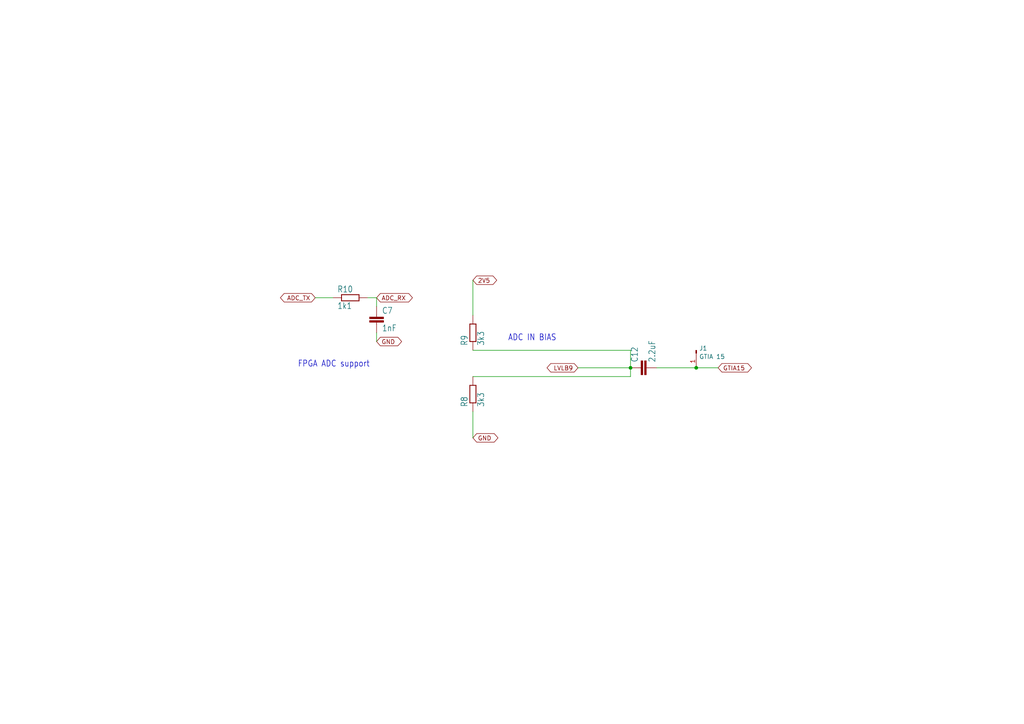
<source format=kicad_sch>
(kicad_sch (version 20231120) (generator "eeschema") (generator_version "8.0")
  (paper "A4")
  (lib_symbols
    (symbol "Connector:Conn_01x01_Pin" (pin_names (offset 1.016) hide)
      (property "Reference" "J" (at 0 2.54 0))
      (property "Value" "Conn_01x01_Pin" (at 0 -2.54 0))
      (symbol "Conn_01x01_Pin_1_1"
        (polyline (pts (xy 1.27 0) (xy 0.8636 0)) (stroke (width 0.1524)))
        (rectangle (start 0.8636 0.127) (end 0 -0.127) (stroke (width 0.1524)) (fill (type outline)))
        (pin passive line (at 5.08 0 180) (length 3.81) (name "Pin_1") (number "1"))
      )
    )
    (symbol "pokeymax4-eagle-import:C-EUC0402"
      (property "Reference" "C" (at 1.524 0.381 0))
      (symbol "C-EUC0402_1_0"
        (rectangle (start -2.032 -2.032) (end 2.032 -1.524) (fill (type outline)))
        (rectangle (start -2.032 -1.016) (end 2.032 -0.508) (fill (type outline)))
        (polyline (pts (xy 0 -2.54) (xy 0 -2.032)) (stroke (width 0.1524)))
        (polyline (pts (xy 0 0) (xy 0 -0.508)) (stroke (width 0.1524)))
        (pin passive line (at 0 2.54 270) (length 2.54) (name "1") (number "1"))
        (pin passive line (at 0 -5.08 90) (length 2.54) (name "2") (number "2"))
      )
    )
    (symbol "pokeymax4-eagle-import:R-EU_R0402"
      (property "Reference" "R" (at -3.81 1.4986 0))
      (symbol "R-EU_R0402_1_0"
        (polyline (pts (xy -2.54 -0.889) (xy -2.54 0.889)) (stroke (width 0.254)))
        (polyline (pts (xy -2.54 -0.889) (xy 2.54 -0.889)) (stroke (width 0.254)))
        (polyline (pts (xy 2.54 -0.889) (xy 2.54 0.889)) (stroke (width 0.254)))
        (polyline (pts (xy 2.54 0.889) (xy -2.54 0.889)) (stroke (width 0.254)))
        (pin passive line (at -5.08 0 0) (length 2.54) (name "1") (number "1"))
        (pin passive line (at 5.08 0 180) (length 2.54) (name "2") (number "2"))
      )
    )
  )
  (junction (at 182.88 106.68))
  (junction (at 201.93 106.68))
  (wire (pts (xy 109.22 86.36) (xy 109.22 88.9)) (stroke (width 0.1524)))
  (wire (pts (xy 137.16 91.44) (xy 137.16 81.28)) (stroke (width 0.1524)))
  (wire (pts (xy 96.52 86.36) (xy 91.44 86.36)) (stroke (width 0.1524)))
  (wire (pts (xy 182.88 101.6) (xy 182.88 106.68)) (stroke (width 0.1524)))
  (wire (pts (xy 137.16 119.38) (xy 137.16 127)) (stroke (width 0.1524)))
  (wire (pts (xy 106.68 86.36) (xy 109.22 86.36)) (stroke (width 0.1524)))
  (wire (pts (xy 137.16 109.22) (xy 182.88 109.22)) (stroke (width 0.1524)))
  (wire (pts (xy 137.16 101.6) (xy 182.88 101.6)) (stroke (width 0.1524)))
  (wire (pts (xy 167.64 106.68) (xy 182.88 106.68)) (stroke (width 0.1524)))
  (wire (pts (xy 201.93 106.68) (xy 208.28 106.68)) (stroke (width 0.1524)))
  (wire (pts (xy 182.88 109.22) (xy 182.88 106.68)) (stroke (width 0.1524)))
  (wire (pts (xy 109.22 99.06) (xy 109.22 96.52)) (stroke (width 0.1524)))
  (wire (pts (xy 190.5 106.68) (xy 201.93 106.68)) (stroke (width 0.1524)))
  (text "ADC IN BIAS" (at 147.32 99.06 0) (effects (font (size 1.778 1.5113)) (justify left bottom)))
  (text "FPGA ADC support" (at 86.36 106.68 0) (effects (font (size 1.778 1.5113)) (justify left bottom)))
  (global_label "ADC_TX" (shape bidirectional) (at 91.44 86.36 180) (effects (font (size 1.2446 1.2446))) (property "Intersheetrefs" "${INTERSHEET_REFS}" (effects (hide yes))))
  (global_label "GND" (shape bidirectional) (at 137.16 127 0) (effects (font (size 1.2446 1.2446))) (property "Intersheetrefs" "${INTERSHEET_REFS}" (effects (hide yes))))
  (global_label "2V5" (shape bidirectional) (at 137.16 81.28 0) (effects (font (size 1.2446 1.2446))) (property "Intersheetrefs" "${INTERSHEET_REFS}" (effects (hide yes))))
  (global_label "GTIA15" (shape bidirectional) (at 208.28 106.68 0) (effects (font (size 1.2446 1.2446))) (property "Intersheetrefs" "${INTERSHEET_REFS}" (effects (hide yes))))
  (global_label "ADC_RX" (shape bidirectional) (at 109.22 86.36 0) (effects (font (size 1.2446 1.2446))) (property "Intersheetrefs" "${INTERSHEET_REFS}" (effects (hide yes))))
  (global_label "LVLB9" (shape bidirectional) (at 167.64 106.68 180) (effects (font (size 1.2446 1.2446))) (property "Intersheetrefs" "${INTERSHEET_REFS}" (effects (hide yes))))
  (global_label "GND" (shape bidirectional) (at 109.22 99.06 0) (effects (font (size 1.2446 1.2446))) (property "Intersheetrefs" "${INTERSHEET_REFS}" (effects (hide yes))))
  (symbol (lib_id "pokeymax4-eagle-import:C-EUC0402") (at 185.42 106.68 90) (unit 1)
    (property "Reference" "C12" (at 185.039 105.156 0) (effects (font (size 1.778 1.5113)) (justify left bottom)))
    (property "Value" "2.2uF" (at 190.119 105.156 0) (effects (font (size 1.778 1.5113)) (justify left bottom)))
    (property "Footprint" "Capacitor_SMD:C_0402_1005Metric" (effects (hide yes)))
    (property "LCSC Part #" "C12530" (effects (hide yes)))
  )
  (symbol (lib_id "pokeymax4-eagle-import:C-EUC0402") (at 109.22 91.44 0) (unit 1)
    (property "Reference" "C7" (at 110.744 91.059 0) (effects (font (size 1.778 1.5113)) (justify left bottom)))
    (property "Value" "1nF" (at 110.744 96.139 0) (effects (font (size 1.778 1.5113)) (justify left bottom)))
    (property "Footprint" "Capacitor_SMD:C_0402_1005Metric" (effects (hide yes)))
    (property "LCSC Part #" "C106205" (effects (hide yes)))
  )
  (symbol (lib_id "Connector:Conn_01x01_Pin") (at 201.93 101.6 270) (unit 1) (in_bom no)
    (property "Reference" "J1" (at 202.7682 101.0228 90) (effects (justify left)))
    (property "Value" "GTIA 15" (at 202.7682 103.4471 90) (effects (justify left)))
    (property "Footprint" "Connector_PinHeader_2.54mm:PinHeader_1x01_P2.54mm_Vertical" (effects (hide yes)))
    (property "Description" "Generic connector, single row, 01x01, script generated" (effects (hide yes)))
  )
  (symbol (lib_id "pokeymax4-eagle-import:R-EU_R0402") (at 137.16 114.3 90) (unit 1)
    (property "Reference" "R8" (at 135.6614 118.11 0) (effects (font (size 1.778 1.5113)) (justify left bottom)))
    (property "Value" "3k3" (at 140.462 118.11 0) (effects (font (size 1.778 1.5113)) (justify left bottom)))
    (property "Footprint" "Resistor_SMD:R_0402_1005Metric" (effects (hide yes)))
    (property "LCSC Part #" "C25936" (effects (hide yes)))
  )
  (symbol (lib_id "pokeymax4-eagle-import:R-EU_R0402") (at 137.16 96.52 90) (unit 1)
    (property "Reference" "R9" (at 135.6614 100.33 0) (effects (font (size 1.778 1.5113)) (justify left bottom)))
    (property "Value" "3k3" (at 140.462 100.33 0) (effects (font (size 1.778 1.5113)) (justify left bottom)))
    (property "Footprint" "Resistor_SMD:R_0402_1005Metric" (effects (hide yes)))
    (property "LCSC Part #" "C25936" (effects (hide yes)))
  )
  (symbol (lib_id "pokeymax4-eagle-import:R-EU_R0402") (at 101.6 86.36 0) (unit 1)
    (property "Reference" "R10" (at 97.79 84.8614 0) (effects (font (size 1.778 1.5113)) (justify left bottom)))
    (property "Value" "1k1" (at 97.79 89.662 0) (effects (font (size 1.778 1.5113)) (justify left bottom)))
    (property "Footprint" "Resistor_SMD:R_0402_1005Metric" (effects (hide yes)))
    (property "LCSC Part #" "C25860" (effects (hide yes)))
  )
)
</source>
